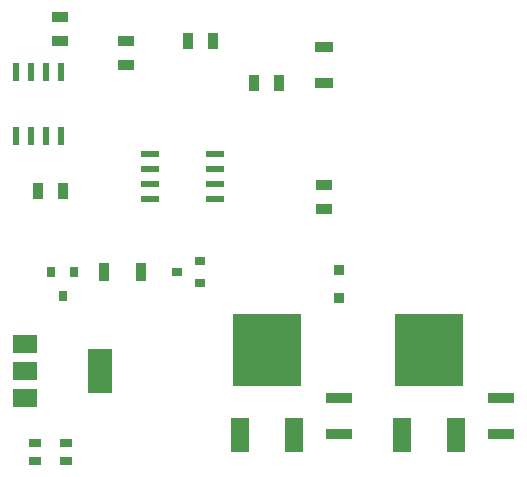
<source format=gtp>
G04 Layer_Color=8421504*
%FSLAX25Y25*%
%MOIN*%
G70*
G01*
G75*
%ADD10R,0.03150X0.03543*%
%ADD11R,0.03543X0.05315*%
%ADD12R,0.05315X0.03543*%
%ADD13R,0.09055X0.03543*%
%ADD14R,0.05906X0.03543*%
%ADD15R,0.03543X0.03543*%
%ADD16R,0.05984X0.02362*%
%ADD17R,0.02362X0.05984*%
%ADD18R,0.03543X0.05906*%
%ADD19R,0.07874X0.05906*%
%ADD20R,0.07874X0.14961*%
%ADD21R,0.04331X0.03150*%
%ADD22R,0.03543X0.03150*%
%ADD23R,0.06299X0.11811*%
%ADD24R,0.22835X0.24410*%
D10*
X89000Y94063D02*
D03*
X85260Y101937D02*
D03*
X92740D02*
D03*
D11*
X89134Y129000D02*
D03*
X80866D02*
D03*
X152866Y165000D02*
D03*
X161134D02*
D03*
X139134Y179000D02*
D03*
X130866D02*
D03*
D12*
X176000Y122866D02*
D03*
Y131134D02*
D03*
X110000Y170866D02*
D03*
Y179134D02*
D03*
X88000Y178866D02*
D03*
Y187134D02*
D03*
D13*
X181000Y47898D02*
D03*
Y60102D02*
D03*
X235000Y47898D02*
D03*
Y60102D02*
D03*
D14*
X176000Y177102D02*
D03*
Y164898D02*
D03*
D15*
X181000Y102724D02*
D03*
Y93276D02*
D03*
D16*
X118213Y141500D02*
D03*
Y136500D02*
D03*
Y131500D02*
D03*
Y126500D02*
D03*
X139787Y141500D02*
D03*
Y136500D02*
D03*
Y131500D02*
D03*
Y126500D02*
D03*
D17*
X88500Y168787D02*
D03*
X83500D02*
D03*
X78500D02*
D03*
X73500D02*
D03*
X88500Y147213D02*
D03*
X83500D02*
D03*
X78500D02*
D03*
X73500D02*
D03*
D18*
X102898Y102000D02*
D03*
X115102D02*
D03*
D19*
X76598Y78055D02*
D03*
Y69000D02*
D03*
Y59945D02*
D03*
D20*
X101402Y69000D02*
D03*
D21*
X90118Y39047D02*
D03*
Y44953D02*
D03*
X79882D02*
D03*
Y39047D02*
D03*
D22*
X127063Y102000D02*
D03*
X134937Y105740D02*
D03*
Y98260D02*
D03*
D23*
X147984Y47717D02*
D03*
X166016D02*
D03*
X201984D02*
D03*
X220016D02*
D03*
D24*
X157000Y75984D02*
D03*
X211000D02*
D03*
M02*

</source>
